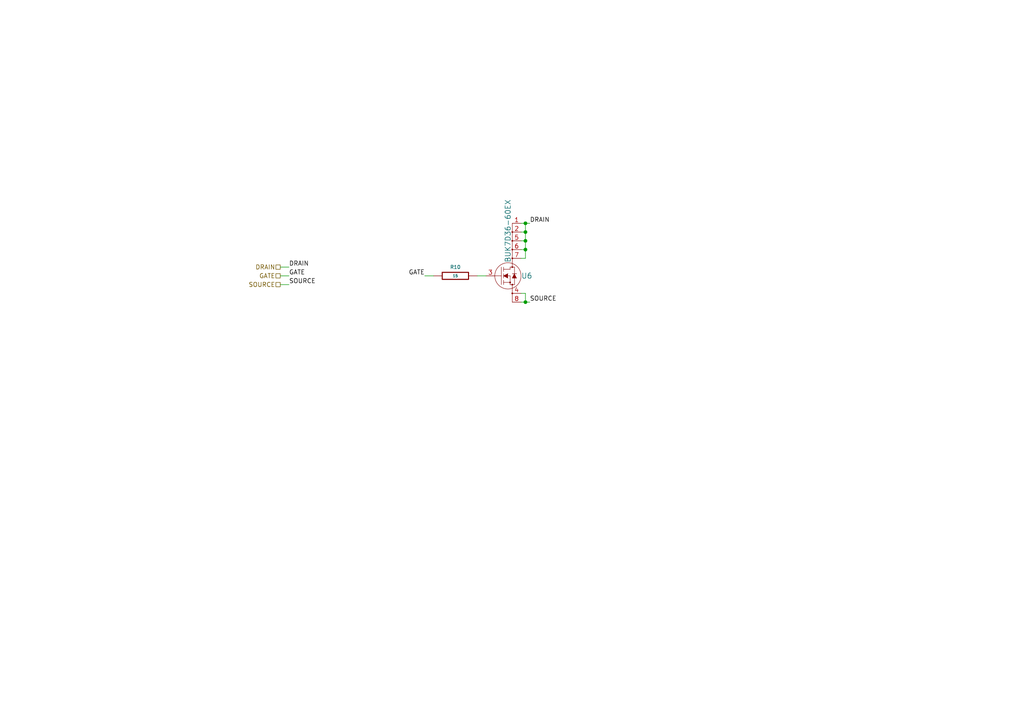
<source format=kicad_sch>
(kicad_sch (version 20230121) (generator eeschema)
  (paper "A4")
  (title_block (title "stepper-controller") (date "2024-04-16") (rev "1.0") (company "Howard Hughes Medical Institute"))
  (lib_symbols
    (symbol "Janelia:BUK7D36-60EX" (pin_names (offset 0) hide)
      (property "Reference" "U" (at 3.81 0 0))
      (property "Value" "BUK7D36-60EX" (at 0 3.81 90))
      (symbol "BUK7D36-60EX_0_1"
        (polyline (pts (xy -3.81 0) (xy -1.905 0)) (stroke (width 0.127)))
        (polyline (pts (xy -1.905 -2.54) (xy -1.905 2.54)) (stroke (width 0.127)))
        (polyline (pts (xy -1.27 -2.54) (xy -1.27 -1.27)) (stroke (width 0.127)))
        (polyline (pts (xy -1.27 -1.905) (xy 0.635 -1.905)) (stroke (width 0.127)))
        (polyline (pts (xy -1.27 -0.635) (xy -1.27 0.635)) (stroke (width 0.127)))
        (polyline (pts (xy -1.27 1.27) (xy -1.27 2.54)) (stroke (width 0.127)))
        (polyline (pts (xy -1.27 1.905) (xy 0.635 1.905)) (stroke (width 0.127)))
        (polyline (pts (xy 0 0) (xy 0.635 0)) (stroke (width 0.127)))
        (polyline (pts (xy 0.635 -2.54) (xy 0.635 0)) (stroke (width 0.127)))
        (polyline (pts (xy 0.635 -2.54) (xy 1.905 -2.54)) (stroke (width 0.127)))
        (polyline (pts (xy 0.635 1.905) (xy 0.635 2.54)) (stroke (width 0.127)))
        (polyline (pts (xy 0.635 2.54) (xy 1.905 2.54)) (stroke (width 0.127)))
        (polyline (pts (xy 1.27 -7.62) (xy 1.27 -3.81)) (stroke (width 0.127)))
        (polyline (pts (xy 1.27 -3.81) (xy 1.27 -2.54)) (stroke (width 0.127)))
        (polyline (pts (xy 1.27 15.24) (xy 1.27 2.54)) (stroke (width 0.127)))
        (polyline (pts (xy 1.905 -2.54) (xy 1.905 -0.635)) (stroke (width 0.127)))
        (polyline (pts (xy 1.905 0.635) (xy 1.905 2.54)) (stroke (width 0.127)))
        (polyline (pts (xy 2.54 0.635) (xy 1.27 0.635)) (stroke (width 0.127)))
        (polyline (pts (xy 0 0.635) (xy -1.27 0) (xy 0 -0.635)) (fill (type outline)))
        (polyline (pts (xy 2.54 -0.635) (xy 1.27 -0.635) (xy 1.905 0.635)) (fill (type outline)))
        (circle (center 0 0) (radius 3.81) (stroke (width 0.127)))
        (circle (center 0.635 -1.905) (radius 0.127) (stroke (width 0.254)))
        (circle (center 1.27 -5.08) (radius 0.127) (stroke (width 0.254)))
        (circle (center 1.27 -2.54) (radius 0.127) (stroke (width 0.254)))
        (circle (center 1.27 2.54) (radius 0.127) (stroke (width 0.254)))
        (circle (center 1.27 5.08) (radius 0.127) (stroke (width 0.254)))
        (circle (center 1.27 7.62) (radius 0.127) (stroke (width 0.254)))
        (circle (center 1.27 10.16) (radius 0.127) (stroke (width 0.254)))
        (circle (center 1.27 12.7) (radius 0.127) (stroke (width 0.254)))
      )
      (symbol "BUK7D36-60EX_1_1"
        (pin unspecified line (at 3.81 15.24 180) (length 2.54) (name "D") (number "1"))
        (pin unspecified line (at 3.81 12.7 180) (length 2.54) (name "D") (number "2"))
        (pin unspecified line (at -6.35 0 0) (length 2.54) (name "G") (number "3"))
        (pin unspecified line (at 3.81 -5.08 180) (length 2.54) (name "S") (number "4"))
        (pin unspecified line (at 3.81 10.16 180) (length 2.54) (name "D") (number "5"))
        (pin unspecified line (at 3.81 7.62 180) (length 2.54) (name "D") (number "6"))
        (pin unspecified line (at 3.81 5.08 180) (length 2.54) (name "D") (number "7"))
        (pin unspecified line (at 3.81 -7.62 180) (length 2.54) (name "S") (number "8"))
      )
    )
    (symbol "Janelia:R_15_0.1W_0402" (pin_numbers hide) (pin_names (offset 0))
      (property "Reference" "R" (at 2.032 0 90))
      (property "Value" "15" (at 0 0 90))
      (symbol "R_15_0.1W_0402_0_1"
        (rectangle (start -1.016 3.81) (end 1.016 -3.81) (stroke (width 0.3048)))
      )
      (symbol "R_15_0.1W_0402_1_1"
        (pin passive line (at 0 6.35 270) (length 2.54) (name "~") (number "1"))
        (pin passive line (at 0 -6.35 90) (length 2.54) (name "~") (number "2"))
      )
    )
  )
  (junction (at 152.4 69.85))
  (junction (at 152.4 67.31))
  (junction (at 152.4 87.63))
  (junction (at 152.4 72.39))
  (junction (at 152.4 64.77))
  (wire (pts (xy 152.4 74.93) (xy 151.13 74.93)))
  (wire (pts (xy 81.28 77.47) (xy 83.82 77.47)))
  (wire (pts (xy 152.4 72.39) (xy 152.4 74.93)))
  (wire (pts (xy 151.13 67.31) (xy 152.4 67.31)))
  (wire (pts (xy 152.4 64.77) (xy 153.67 64.77)))
  (wire (pts (xy 152.4 69.85) (xy 152.4 72.39)))
  (wire (pts (xy 151.13 72.39) (xy 152.4 72.39)))
  (wire (pts (xy 81.28 80.01) (xy 83.82 80.01)))
  (wire (pts (xy 152.4 67.31) (xy 152.4 69.85)))
  (wire (pts (xy 151.13 69.85) (xy 152.4 69.85)))
  (wire (pts (xy 152.4 85.09) (xy 152.4 87.63)))
  (wire (pts (xy 138.43 80.01) (xy 140.97 80.01)))
  (wire (pts (xy 125.73 80.01) (xy 123.19 80.01)))
  (wire (pts (xy 81.28 82.55) (xy 83.82 82.55)))
  (wire (pts (xy 151.13 85.09) (xy 152.4 85.09)))
  (wire (pts (xy 151.13 64.77) (xy 152.4 64.77)))
  (wire (pts (xy 152.4 64.77) (xy 152.4 67.31)))
  (wire (pts (xy 152.4 87.63) (xy 153.67 87.63)))
  (wire (pts (xy 151.13 87.63) (xy 152.4 87.63)))
  (label "DRAIN" (at 153.67 64.77 0))
  (label "SOURCE" (at 83.82 82.55 0))
  (label "GATE" (at 83.82 80.01 0))
  (label "DRAIN" (at 83.82 77.47 0))
  (label "SOURCE" (at 153.67 87.63 0))
  (label "GATE" (at 123.19 80.01 180))
  (hierarchical_label "SOURCE" (shape passive) (at 81.28 82.55 180))
  (hierarchical_label "GATE" (shape passive) (at 81.28 80.01 180))
  (hierarchical_label "DRAIN" (shape passive) (at 81.28 77.47 180))
  (symbol (lib_id "Janelia:BUK7D36-60EX") (at 147.32 80.01 0) (unit 1)
    (property "Reference" "U6" (at 151.13 80.01 0) (effects (font (size 1.524 1.524)) (justify left)))
    (property "Value" "BUK7D36-60EX" (at 147.32 76.2 90) (effects (font (size 1.524 1.524)) (justify left)))
    (property "Footprint" "Janelia:BUK7D3660EX_NEX" (effects hide))
    (property "Datasheet" "BUK7D36-60EX" (effects hide))
    (property "Description" "MOSFET N-CH 60V 5.5A/14A" (effects hide))
    (property "Package" "6DFN" (effects hide))
    (property "Manufacturer" "Nexperia USA Inc." (effects hide))
    (property "Manufacturer Part Number" "BUK7D36-60EX" (effects hide))
    (property "Vendor" "Digi-Key" (effects hide))
    (property "Vendor Part Number" "1727-BUK7D36-60EXCT-ND" (effects hide))
    (instances (project "stepper-controller" (path "" (reference "U6") (unit 1)) (path "" (reference "U7") (unit 1)) (path "" (reference "U8") (unit 1)) (path "" (reference "U9") (unit 1)) (path "" (reference "U10") (unit 1)) (path "" (reference "U11") (unit 1)) (path "" (reference "U12") (unit 1)) (path "" (reference "U13") (unit 1))))
  )
  (symbol (lib_id "Janelia:R_15_0.1W_0402") (at 132.08 80.01 90) (unit 1)
    (property "Reference" "R10" (at 132.08 77.47 90) (effects (font (size 1.016 1.016))))
    (property "Value" "15" (at 132.08 80.01 90) (effects (font (size 0.762 0.762))))
    (property "Footprint" "Janelia:R_0402_1005Metric" (effects hide))
    (property "Vendor" "Digi-Key" (effects hide))
    (property "Vendor Part Number" "P15.0LCT-ND" (effects hide))
    (property "Description" "RES SMD 15 OHM 1% 1/10W" (effects hide))
    (property "Package" "0402" (effects hide))
    (property "Manufacturer" "Panasonic Electronic Components" (effects hide))
    (property "Manufacturer Part Number" "ERJ-2RKF15R0X" (effects hide))
    (instances (project "stepper-controller" (path "" (reference "R10") (unit 1)) (path "" (reference "R11") (unit 1)) (path "" (reference "R12") (unit 1)) (path "" (reference "R13") (unit 1)) (path "" (reference "R14") (unit 1)) (path "" (reference "R15") (unit 1)) (path "" (reference "R16") (unit 1)) (path "" (reference "R17") (unit 1))))
  )
)
</source>
